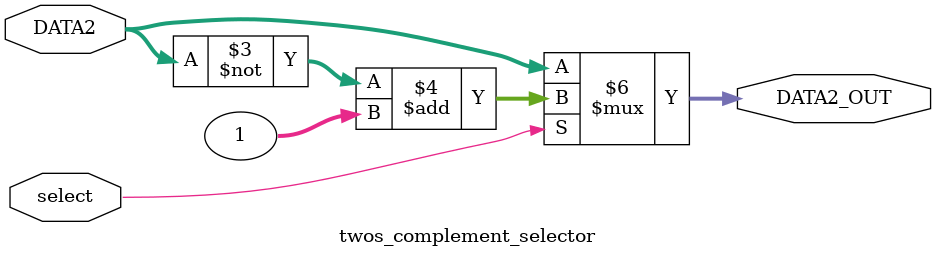
<source format=v>
`timescale 1ns/100ps
/*****************************
** Module: Twos_complement **
******************************/


module twos_complement_selector (
    input [31:0] DATA2,      // 32-bit input data
    input select,             // Select signal: 0 = Data2, 1 = 2's complement of Data2
    output reg [31:0] DATA2_OUT    // Output data (either Data2 or its 2's complement)
);

    always @(*) begin
        if (select == 1) begin
            DATA2_OUT= ~DATA2 + 1;  // 2's complement of Data2
        end else begin
            DATA2_OUT= DATA2;       // Directly pass Data2
        end
    end

endmodule

</source>
